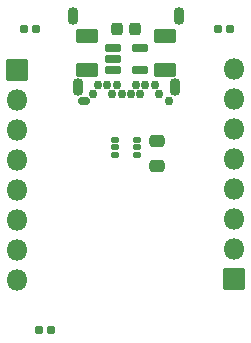
<source format=gbr>
%TF.GenerationSoftware,KiCad,Pcbnew,8.0.7*%
%TF.CreationDate,2024-12-10T14:46:16+07:00*%
%TF.ProjectId,CH551G_DEVKIT_V0,43483535-3147-45f4-9445-564b49545f56,rev?*%
%TF.SameCoordinates,Original*%
%TF.FileFunction,Soldermask,Bot*%
%TF.FilePolarity,Negative*%
%FSLAX46Y46*%
G04 Gerber Fmt 4.6, Leading zero omitted, Abs format (unit mm)*
G04 Created by KiCad (PCBNEW 8.0.7) date 2024-12-10 14:46:16*
%MOMM*%
%LPD*%
G01*
G04 APERTURE LIST*
G04 Aperture macros list*
%AMRoundRect*
0 Rectangle with rounded corners*
0 $1 Rounding radius*
0 $2 $3 $4 $5 $6 $7 $8 $9 X,Y pos of 4 corners*
0 Add a 4 corners polygon primitive as box body*
4,1,4,$2,$3,$4,$5,$6,$7,$8,$9,$2,$3,0*
0 Add four circle primitives for the rounded corners*
1,1,$1+$1,$2,$3*
1,1,$1+$1,$4,$5*
1,1,$1+$1,$6,$7*
1,1,$1+$1,$8,$9*
0 Add four rect primitives between the rounded corners*
20,1,$1+$1,$2,$3,$4,$5,0*
20,1,$1+$1,$4,$5,$6,$7,0*
20,1,$1+$1,$6,$7,$8,$9,0*
20,1,$1+$1,$8,$9,$2,$3,0*%
G04 Aperture macros list end*
%ADD10C,0.751600*%
%ADD11O,1.051600X0.751600*%
%ADD12O,0.901600X1.501600*%
%ADD13RoundRect,0.050800X-0.850000X-0.850000X0.850000X-0.850000X0.850000X0.850000X-0.850000X0.850000X0*%
%ADD14O,1.801600X1.801600*%
%ADD15RoundRect,0.050800X0.850000X0.850000X-0.850000X0.850000X-0.850000X-0.850000X0.850000X-0.850000X0*%
%ADD16RoundRect,0.160400X-0.160400X-0.210400X0.160400X-0.210400X0.160400X0.210400X-0.160400X0.210400X0*%
%ADD17RoundRect,0.272087X0.678713X-0.353713X0.678713X0.353713X-0.678713X0.353713X-0.678713X-0.353713X0*%
%ADD18RoundRect,0.125400X0.250400X0.125400X-0.250400X0.125400X-0.250400X-0.125400X0.250400X-0.125400X0*%
%ADD19RoundRect,0.250400X0.250400X0.275400X-0.250400X0.275400X-0.250400X-0.275400X0.250400X-0.275400X0*%
%ADD20RoundRect,0.244150X-0.406650X0.244150X-0.406650X-0.244150X0.406650X-0.244150X0.406650X0.244150X0*%
%ADD21RoundRect,0.175400X-0.537900X-0.175400X0.537900X-0.175400X0.537900X0.175400X-0.537900X0.175400X0*%
%ADD22RoundRect,0.160400X0.160400X0.210400X-0.160400X0.210400X-0.160400X-0.210400X0.160400X-0.210400X0*%
G04 APERTURE END LIST*
D10*
%TO.C,J1*%
X197797000Y-84954200D03*
D11*
X190597000Y-84954200D03*
D10*
X191397000Y-84304200D03*
X191797000Y-83604200D03*
X192597000Y-83604200D03*
X192997000Y-84304200D03*
X193397000Y-83604200D03*
X193797000Y-84304200D03*
X194597000Y-84304200D03*
X194997000Y-83604200D03*
X195397000Y-84304200D03*
X195797000Y-83604200D03*
X196597000Y-83604200D03*
X196997000Y-84304200D03*
D12*
X198687000Y-77754200D03*
X198327000Y-83704200D03*
X190067000Y-83704200D03*
X189707000Y-77754200D03*
%TD*%
D13*
%TO.C,J2*%
X184912000Y-82275200D03*
D14*
X184912000Y-84815200D03*
X184912000Y-87355200D03*
X184912000Y-89895200D03*
X184912000Y-92435200D03*
X184912000Y-94975200D03*
X184912000Y-97515200D03*
X184912000Y-100055200D03*
%TD*%
D15*
%TO.C,J3*%
X203327000Y-100025200D03*
D14*
X203327000Y-97485200D03*
X203327000Y-94945200D03*
X203327000Y-92405200D03*
X203327000Y-89865200D03*
X203327000Y-87325200D03*
X203327000Y-84785200D03*
X203327000Y-82245200D03*
%TD*%
D16*
%TO.C,R2*%
X185545000Y-78816200D03*
X186565000Y-78816200D03*
%TD*%
D17*
%TO.C,C7*%
X197485000Y-82323200D03*
X197485000Y-79373200D03*
%TD*%
D18*
%TO.C,U1*%
X195133000Y-88199200D03*
X195133000Y-88849200D03*
X195133000Y-89499200D03*
X193233000Y-89499200D03*
X193233000Y-88849200D03*
X193233000Y-88199200D03*
%TD*%
D19*
%TO.C,C8*%
X194958000Y-78816200D03*
X193408000Y-78816200D03*
%TD*%
D20*
%TO.C,FB1*%
X196773800Y-88320100D03*
X196773800Y-90445100D03*
%TD*%
D21*
%TO.C,U3*%
X193045500Y-82306200D03*
X193045500Y-81356200D03*
X193045500Y-80406200D03*
X195320500Y-80406200D03*
X195320500Y-82306200D03*
%TD*%
D22*
%TO.C,R1*%
X202948000Y-78816200D03*
X201928000Y-78816200D03*
%TD*%
D16*
%TO.C,R4*%
X186815000Y-104343200D03*
X187835000Y-104343200D03*
%TD*%
D17*
%TO.C,C6*%
X190881000Y-82323200D03*
X190881000Y-79373200D03*
%TD*%
M02*

</source>
